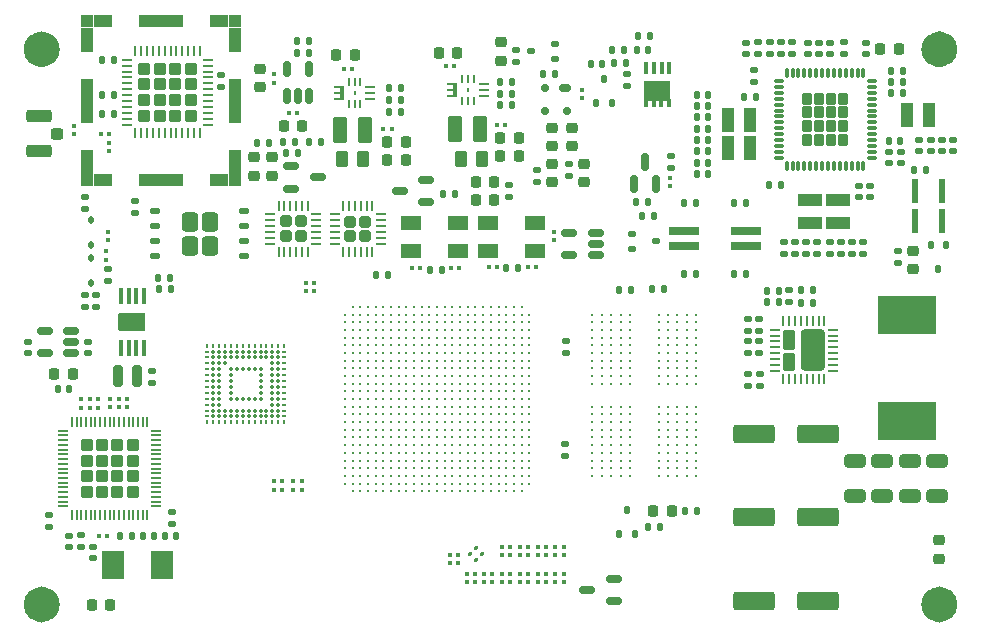
<source format=gbr>
%TF.GenerationSoftware,KiCad,Pcbnew,8.99.0-2767-g6be6680d8c*%
%TF.CreationDate,2024-10-27T19:28:17+01:00*%
%TF.ProjectId,SBC,5342432e-6b69-4636-9164-5f7063625858,rev?*%
%TF.SameCoordinates,Original*%
%TF.FileFunction,Paste,Top*%
%TF.FilePolarity,Positive*%
%FSLAX46Y46*%
G04 Gerber Fmt 4.6, Leading zero omitted, Abs format (unit mm)*
G04 Created by KiCad (PCBNEW 8.99.0-2767-g6be6680d8c) date 2024-10-27 19:28:17*
%MOMM*%
%LPD*%
G01*
G04 APERTURE LIST*
G04 Aperture macros list*
%AMRoundRect*
0 Rectangle with rounded corners*
0 $1 Rounding radius*
0 $2 $3 $4 $5 $6 $7 $8 $9 X,Y pos of 4 corners*
0 Add a 4 corners polygon primitive as box body*
4,1,4,$2,$3,$4,$5,$6,$7,$8,$9,$2,$3,0*
0 Add four circle primitives for the rounded corners*
1,1,$1+$1,$2,$3*
1,1,$1+$1,$4,$5*
1,1,$1+$1,$6,$7*
1,1,$1+$1,$8,$9*
0 Add four rect primitives between the rounded corners*
20,1,$1+$1,$2,$3,$4,$5,0*
20,1,$1+$1,$4,$5,$6,$7,0*
20,1,$1+$1,$6,$7,$8,$9,0*
20,1,$1+$1,$8,$9,$2,$3,0*%
%AMFreePoly0*
4,1,25,0.317682,0.485319,0.329034,0.475624,0.407847,0.396811,0.434540,0.344422,0.435711,0.329540,0.435711,-0.329540,0.417542,-0.385459,0.407847,-0.396811,0.329034,-0.475624,0.276645,-0.502317,0.261763,-0.503488,-0.261763,-0.503488,-0.317682,-0.485319,-0.329034,-0.475624,-0.407847,-0.396811,-0.434540,-0.344422,-0.435711,-0.329540,-0.435711,0.329540,-0.417542,0.385459,-0.407847,0.396811,
-0.329034,0.475624,-0.276645,0.502317,-0.261763,0.503488,0.261763,0.503488,0.317682,0.485319,0.317682,0.485319,$1*%
G04 Aperture macros list end*
%ADD10C,1.550000*%
%ADD11RoundRect,0.218750X0.256250X-0.218750X0.256250X0.218750X-0.256250X0.218750X-0.256250X-0.218750X0*%
%ADD12RoundRect,0.135000X0.135000X0.185000X-0.135000X0.185000X-0.135000X-0.185000X0.135000X-0.185000X0*%
%ADD13RoundRect,0.135000X0.185000X-0.135000X0.185000X0.135000X-0.185000X0.135000X-0.185000X-0.135000X0*%
%ADD14RoundRect,0.250000X0.435000X0.555000X-0.435000X0.555000X-0.435000X-0.555000X0.435000X-0.555000X0*%
%ADD15RoundRect,0.125000X0.262500X0.125000X-0.262500X0.125000X-0.262500X-0.125000X0.262500X-0.125000X0*%
%ADD16RoundRect,0.150000X0.512500X0.150000X-0.512500X0.150000X-0.512500X-0.150000X0.512500X-0.150000X0*%
%ADD17RoundRect,0.140000X-0.170000X0.140000X-0.170000X-0.140000X0.170000X-0.140000X0.170000X0.140000X0*%
%ADD18RoundRect,0.140000X0.140000X0.170000X-0.140000X0.170000X-0.140000X-0.170000X0.140000X-0.170000X0*%
%ADD19RoundRect,0.135000X-0.185000X0.135000X-0.185000X-0.135000X0.185000X-0.135000X0.185000X0.135000X0*%
%ADD20RoundRect,0.135000X-0.135000X-0.185000X0.135000X-0.185000X0.135000X0.185000X-0.135000X0.185000X0*%
%ADD21R,0.250000X0.700000*%
%ADD22R,0.900000X0.250000*%
%ADD23R,0.400000X1.250000*%
%ADD24R,0.250000X0.400000*%
%ADD25RoundRect,0.079500X-0.100500X0.079500X-0.100500X-0.079500X0.100500X-0.079500X0.100500X0.079500X0*%
%ADD26RoundRect,0.079500X0.079500X0.100500X-0.079500X0.100500X-0.079500X-0.100500X0.079500X-0.100500X0*%
%ADD27RoundRect,0.140000X0.170000X-0.140000X0.170000X0.140000X-0.170000X0.140000X-0.170000X-0.140000X0*%
%ADD28RoundRect,0.250000X0.285000X-0.285000X0.285000X0.285000X-0.285000X0.285000X-0.285000X-0.285000X0*%
%ADD29RoundRect,0.062500X0.062500X-0.337500X0.062500X0.337500X-0.062500X0.337500X-0.062500X-0.337500X0*%
%ADD30RoundRect,0.062500X0.337500X-0.062500X0.337500X0.062500X-0.337500X0.062500X-0.337500X-0.062500X0*%
%ADD31R,2.000000X1.100000*%
%ADD32RoundRect,0.140000X-0.140000X-0.170000X0.140000X-0.170000X0.140000X0.170000X-0.140000X0.170000X0*%
%ADD33RoundRect,0.062500X-0.375000X-0.062500X0.375000X-0.062500X0.375000X0.062500X-0.375000X0.062500X0*%
%ADD34RoundRect,0.062500X-0.062500X-0.375000X0.062500X-0.375000X0.062500X0.375000X-0.062500X0.375000X0*%
%ADD35RoundRect,0.106599X0.418401X0.723401X-0.418401X0.723401X-0.418401X-0.723401X0.418401X-0.723401X0*%
%ADD36RoundRect,0.106599X0.418401X0.633401X-0.418401X0.633401X-0.418401X-0.633401X0.418401X-0.633401X0*%
%ADD37RoundRect,0.200000X0.785000X-1.540000X0.785000X1.540000X-0.785000X1.540000X-0.785000X-1.540000X0*%
%ADD38RoundRect,0.079500X-0.079500X-0.100500X0.079500X-0.100500X0.079500X0.100500X-0.079500X0.100500X0*%
%ADD39C,0.270000*%
%ADD40RoundRect,0.079500X0.100500X-0.079500X0.100500X0.079500X-0.100500X0.079500X-0.100500X-0.079500X0*%
%ADD41R,1.000000X1.000000*%
%ADD42R,1.000000X2.130000*%
%ADD43R,1.000000X3.800000*%
%ADD44R,1.650000X1.000000*%
%ADD45R,3.800000X1.000000*%
%ADD46RoundRect,0.225000X-0.225000X-0.250000X0.225000X-0.250000X0.225000X0.250000X-0.225000X0.250000X0*%
%ADD47RoundRect,0.250000X-0.650000X0.325000X-0.650000X-0.325000X0.650000X-0.325000X0.650000X0.325000X0*%
%ADD48RoundRect,0.218750X0.218750X0.256250X-0.218750X0.256250X-0.218750X-0.256250X0.218750X-0.256250X0*%
%ADD49R,1.100000X2.000000*%
%ADD50RoundRect,0.250000X-0.255000X0.255000X-0.255000X-0.255000X0.255000X-0.255000X0.255000X0.255000X0*%
%ADD51RoundRect,0.062500X-0.062500X0.375000X-0.062500X-0.375000X0.062500X-0.375000X0.062500X0.375000X0*%
%ADD52RoundRect,0.062500X-0.375000X0.062500X-0.375000X-0.062500X0.375000X-0.062500X0.375000X0.062500X0*%
%ADD53RoundRect,0.225000X0.225000X0.250000X-0.225000X0.250000X-0.225000X-0.250000X0.225000X-0.250000X0*%
%ADD54RoundRect,0.250000X1.500000X0.550000X-1.500000X0.550000X-1.500000X-0.550000X1.500000X-0.550000X0*%
%ADD55RoundRect,0.112500X0.237500X-0.112500X0.237500X0.112500X-0.237500X0.112500X-0.237500X-0.112500X0*%
%ADD56RoundRect,0.218750X-0.218750X-0.256250X0.218750X-0.256250X0.218750X0.256250X-0.218750X0.256250X0*%
%ADD57O,0.200000X0.350000*%
%ADD58O,0.350000X0.200000*%
%ADD59C,0.350000*%
%ADD60RoundRect,0.112500X-0.237500X0.112500X-0.237500X-0.112500X0.237500X-0.112500X0.237500X0.112500X0*%
%ADD61RoundRect,0.225000X0.250000X-0.225000X0.250000X0.225000X-0.250000X0.225000X-0.250000X-0.225000X0*%
%ADD62R,0.450000X1.450000*%
%ADD63RoundRect,0.076200X1.066800X0.685800X-1.066800X0.685800X-1.066800X-0.685800X1.066800X-0.685800X0*%
%ADD64RoundRect,0.079500X-0.127279X-0.014849X-0.014849X-0.127279X0.127279X0.014849X0.014849X0.127279X0*%
%ADD65RoundRect,0.173913X-0.226087X-0.726087X0.226087X-0.726087X0.226087X0.726087X-0.226087X0.726087X0*%
%ADD66RoundRect,0.025000X-0.225000X-0.975000X0.225000X-0.975000X0.225000X0.975000X-0.225000X0.975000X0*%
%ADD67RoundRect,0.112500X0.112500X-0.187500X0.112500X0.187500X-0.112500X0.187500X-0.112500X-0.187500X0*%
%ADD68R,4.950000X3.175000*%
%ADD69C,0.330200*%
%ADD70FreePoly0,0.000000*%
%ADD71RoundRect,0.067500X-0.357500X-0.067500X0.357500X-0.067500X0.357500X0.067500X-0.357500X0.067500X0*%
%ADD72RoundRect,0.067500X-0.067500X0.357500X-0.067500X-0.357500X0.067500X-0.357500X0.067500X0.357500X0*%
%ADD73RoundRect,0.250000X0.262500X0.450000X-0.262500X0.450000X-0.262500X-0.450000X0.262500X-0.450000X0*%
%ADD74R,0.405000X0.990000*%
%ADD75R,2.235000X1.725000*%
%ADD76R,0.406250X0.760000*%
%ADD77R,1.900000X2.400000*%
%ADD78RoundRect,0.250000X0.275000X0.275000X-0.275000X0.275000X-0.275000X-0.275000X0.275000X-0.275000X0*%
%ADD79RoundRect,0.050000X0.362500X0.050000X-0.362500X0.050000X-0.362500X-0.050000X0.362500X-0.050000X0*%
%ADD80RoundRect,0.050000X0.050000X0.362500X-0.050000X0.362500X-0.050000X-0.362500X0.050000X-0.362500X0*%
%ADD81RoundRect,0.218750X-0.256250X0.218750X-0.256250X-0.218750X0.256250X-0.218750X0.256250X0.218750X0*%
%ADD82R,2.650000X0.760000*%
%ADD83RoundRect,0.112500X-0.112500X-0.237500X0.112500X-0.237500X0.112500X0.237500X-0.112500X0.237500X0*%
%ADD84RoundRect,0.250000X-0.375000X-0.850000X0.375000X-0.850000X0.375000X0.850000X-0.375000X0.850000X0*%
%ADD85RoundRect,0.175000X-0.325000X0.175000X-0.325000X-0.175000X0.325000X-0.175000X0.325000X0.175000X0*%
%ADD86RoundRect,0.150000X-0.150000X0.200000X-0.150000X-0.200000X0.150000X-0.200000X0.150000X0.200000X0*%
%ADD87RoundRect,0.112500X0.112500X0.237500X-0.112500X0.237500X-0.112500X-0.237500X0.112500X-0.237500X0*%
%ADD88R,1.800000X1.200000*%
%ADD89RoundRect,0.250000X0.275000X0.250000X-0.275000X0.250000X-0.275000X-0.250000X0.275000X-0.250000X0*%
%ADD90RoundRect,0.250000X0.850000X0.275000X-0.850000X0.275000X-0.850000X-0.275000X0.850000X-0.275000X0*%
%ADD91RoundRect,0.225000X-0.250000X0.225000X-0.250000X-0.225000X0.250000X-0.225000X0.250000X0.225000X0*%
%ADD92RoundRect,0.150000X0.150000X-0.512500X0.150000X0.512500X-0.150000X0.512500X-0.150000X-0.512500X0*%
%ADD93RoundRect,0.150000X-0.512500X-0.150000X0.512500X-0.150000X0.512500X0.150000X-0.512500X0.150000X0*%
%ADD94RoundRect,0.150000X0.150000X-0.587500X0.150000X0.587500X-0.150000X0.587500X-0.150000X-0.587500X0*%
G04 APERTURE END LIST*
D10*
X138340481Y-128545014D02*
G75*
G02*
X136790481Y-128545014I-775000J0D01*
G01*
X136790481Y-128545014D02*
G75*
G02*
X138340481Y-128545014I775000J0D01*
G01*
X138340481Y-81545014D02*
G75*
G02*
X136790481Y-81545014I-775000J0D01*
G01*
X136790481Y-81545014D02*
G75*
G02*
X138340481Y-81545014I775000J0D01*
G01*
X62340481Y-81545014D02*
G75*
G02*
X60790481Y-81545014I-775000J0D01*
G01*
X60790481Y-81545014D02*
G75*
G02*
X62340481Y-81545014I775000J0D01*
G01*
X62340481Y-128545014D02*
G75*
G02*
X60790481Y-128545014I-775000J0D01*
G01*
X60790481Y-128545014D02*
G75*
G02*
X62340481Y-128545014I775000J0D01*
G01*
D11*
%TO.C,D4*%
X104809481Y-89762514D03*
X104809481Y-88187514D03*
%TD*%
D12*
%TO.C,R85*%
X96565081Y-93818814D03*
X95545081Y-93818814D03*
%TD*%
D13*
%TO.C,R108*%
X62148081Y-122014814D03*
X62148081Y-120994814D03*
%TD*%
D14*
%TO.C,U14*%
X75802681Y-98174314D03*
X75802681Y-96174314D03*
X74102681Y-98174314D03*
X74102681Y-96174314D03*
D15*
X78702681Y-99079314D03*
X78702681Y-97809314D03*
X78702681Y-96539314D03*
X78702681Y-95269314D03*
X71202681Y-95269314D03*
X71202681Y-96539314D03*
X71202681Y-97809314D03*
X71202681Y-99079314D03*
%TD*%
D16*
%TO.C,U10*%
X108486981Y-98951014D03*
X108486981Y-98001014D03*
X108486981Y-97051014D03*
X106211981Y-97051014D03*
X106211981Y-98951014D03*
%TD*%
D12*
%TO.C,R78*%
X113925481Y-121995014D03*
X112905481Y-121995014D03*
%TD*%
D17*
%TO.C,C17*%
X122343462Y-109070028D03*
X122343462Y-110030028D03*
%TD*%
D18*
%TO.C,C61*%
X124120000Y-93030400D03*
X123160000Y-93030400D03*
%TD*%
D13*
%TO.C,R3*%
X122318462Y-105355028D03*
X122318462Y-104335028D03*
%TD*%
D17*
%TO.C,C328*%
X65882500Y-123650400D03*
X65882500Y-124610400D03*
%TD*%
D19*
%TO.C,R32*%
X106206481Y-91256014D03*
X106206481Y-92276014D03*
%TD*%
D20*
%TO.C,R87*%
X71517481Y-101818014D03*
X72537481Y-101818014D03*
%TD*%
D18*
%TO.C,C55*%
X118023462Y-92112527D03*
X117063462Y-92112527D03*
%TD*%
D17*
%TO.C,C318*%
X63920000Y-122712900D03*
X63920000Y-123672900D03*
%TD*%
%TO.C,C35*%
X129243462Y-97877528D03*
X129243462Y-98837528D03*
%TD*%
D11*
%TO.C,D5*%
X135314881Y-100151114D03*
X135314881Y-98576114D03*
%TD*%
D21*
%TO.C,U5*%
X87552481Y-86170014D03*
X88052481Y-86170014D03*
X88552481Y-86170014D03*
D22*
X89402481Y-85720014D03*
X89402481Y-85220014D03*
X89402481Y-84720014D03*
D21*
X88552481Y-84270014D03*
X88052481Y-84270014D03*
X87552481Y-84270014D03*
D22*
X86702481Y-85720014D03*
X86702481Y-85220014D03*
D23*
X86952481Y-85220014D03*
D22*
X86702481Y-84720014D03*
D24*
X88052481Y-85220014D03*
%TD*%
D25*
%TO.C,R42*%
X99714681Y-125935014D03*
X99714681Y-126625014D03*
%TD*%
D26*
%TO.C,R110*%
X67127500Y-122730400D03*
X66437500Y-122730400D03*
%TD*%
D20*
%TO.C,R24*%
X83217481Y-81818014D03*
X84237481Y-81818014D03*
%TD*%
D13*
%TO.C,R91*%
X65240000Y-95060000D03*
X65240000Y-94040000D03*
%TD*%
D27*
%TO.C,C64*%
X111093000Y-84608000D03*
X111093000Y-83648000D03*
%TD*%
D25*
%TO.C,R102*%
X65627881Y-111177614D03*
X65627881Y-111867614D03*
%TD*%
D13*
%TO.C,R10*%
X129458462Y-81970028D03*
X129458462Y-80950028D03*
%TD*%
D25*
%TO.C,C66*%
X81227481Y-83660514D03*
X81227481Y-84350514D03*
%TD*%
D17*
%TO.C,C40*%
X130193462Y-97877528D03*
X130193462Y-98837528D03*
%TD*%
D28*
%TO.C,U19*%
X70247481Y-87148014D03*
X71567481Y-87148014D03*
X72887481Y-87148014D03*
X74207481Y-87148014D03*
X70247481Y-85828014D03*
X71567481Y-85828014D03*
X72887481Y-85828014D03*
X74207481Y-85828014D03*
X70247481Y-84508014D03*
X71567481Y-84508014D03*
X72887481Y-84508014D03*
X74207481Y-84508014D03*
X70247481Y-83188014D03*
X71567481Y-83188014D03*
X72887481Y-83188014D03*
X74207481Y-83188014D03*
D29*
X69477481Y-88618014D03*
X69977481Y-88618014D03*
X70477481Y-88618014D03*
X70977481Y-88618014D03*
X71477481Y-88618014D03*
X71977481Y-88618014D03*
X72477481Y-88618014D03*
X72977481Y-88618014D03*
X73477481Y-88618014D03*
X73977481Y-88618014D03*
X74477481Y-88618014D03*
X74977481Y-88618014D03*
D30*
X75677481Y-87918014D03*
X75677481Y-87418014D03*
X75677481Y-86918014D03*
X75677481Y-86418014D03*
X75677481Y-85918014D03*
X75677481Y-85418014D03*
X75677481Y-84918014D03*
X75677481Y-84418014D03*
X75677481Y-83918014D03*
X75677481Y-83418014D03*
X75677481Y-82918014D03*
X75677481Y-82418014D03*
D29*
X74977481Y-81718014D03*
X74477481Y-81718014D03*
X73977481Y-81718014D03*
X73477481Y-81718014D03*
X72977481Y-81718014D03*
X72477481Y-81718014D03*
X71977481Y-81718014D03*
X71477481Y-81718014D03*
X70977481Y-81718014D03*
X70477481Y-81718014D03*
X69977481Y-81718014D03*
X69477481Y-81718014D03*
D30*
X68777481Y-82418014D03*
X68777481Y-82918014D03*
X68777481Y-83418014D03*
X68777481Y-83918014D03*
X68777481Y-84418014D03*
X68777481Y-84918014D03*
X68777481Y-85418014D03*
X68777481Y-85918014D03*
X68777481Y-86418014D03*
X68777481Y-86918014D03*
X68777481Y-87418014D03*
X68777481Y-87918014D03*
%TD*%
D17*
%TO.C,C39*%
X137780000Y-89230400D03*
X137780000Y-90190400D03*
%TD*%
%TO.C,C60*%
X130755962Y-93090028D03*
X130755962Y-94050028D03*
%TD*%
D31*
%TO.C,L5*%
X126593462Y-94325028D03*
X126593462Y-96225028D03*
%TD*%
D32*
%TO.C,C63*%
X133505962Y-85270028D03*
X134465962Y-85270028D03*
%TD*%
D33*
%TO.C,U2*%
X123655962Y-105270028D03*
X123655962Y-105770028D03*
X123655962Y-106270028D03*
X123655962Y-106770028D03*
X123655962Y-107270028D03*
X123655962Y-107770028D03*
X123655962Y-108270028D03*
X123655962Y-108770028D03*
D34*
X124343462Y-109457528D03*
X124843462Y-109457528D03*
X125343462Y-109457528D03*
X125843462Y-109457528D03*
X126343462Y-109457528D03*
X126843462Y-109457528D03*
X127343462Y-109457528D03*
X127843462Y-109457528D03*
D33*
X128530962Y-108770028D03*
X128530962Y-108270028D03*
X128530962Y-107770028D03*
X128530962Y-107270028D03*
X128530962Y-106770028D03*
X128530962Y-106270028D03*
X128530962Y-105770028D03*
X128530962Y-105270028D03*
D34*
X127843462Y-104582528D03*
X127343462Y-104582528D03*
X126843462Y-104582528D03*
X126343462Y-104582528D03*
X125843462Y-104582528D03*
X125343462Y-104582528D03*
X124843462Y-104582528D03*
X124343462Y-104582528D03*
D35*
X124878462Y-106110028D03*
D36*
X124878462Y-108020028D03*
D37*
X126848462Y-107020028D03*
%TD*%
D25*
%TO.C,C98*%
X81940400Y-118120600D03*
X81940400Y-118810600D03*
%TD*%
D38*
%TO.C,C75*%
X90501481Y-88268014D03*
X91191481Y-88268014D03*
%TD*%
D17*
%TO.C,C1*%
X121365481Y-109065014D03*
X121365481Y-110025014D03*
%TD*%
D13*
%TO.C,R1*%
X122318462Y-107280028D03*
X122318462Y-106260028D03*
%TD*%
D39*
%TO.C,U12*%
X108195000Y-104005400D03*
X108995000Y-104005400D03*
X109795000Y-104005400D03*
X110595000Y-104005400D03*
X111395000Y-104005400D03*
X113795000Y-104005400D03*
X114595000Y-104005400D03*
X115395000Y-104005400D03*
X116195000Y-104005400D03*
X116995000Y-104005400D03*
X108195000Y-117005400D03*
X108995000Y-117005400D03*
X109795000Y-117005400D03*
X110595000Y-117005400D03*
X111395000Y-117005400D03*
X113795000Y-117005400D03*
X114595000Y-117005400D03*
X115395000Y-117005400D03*
X116195000Y-117005400D03*
X116995000Y-117005400D03*
X108195000Y-117655400D03*
X108995000Y-117655400D03*
X109795000Y-117655400D03*
X110595000Y-117655400D03*
X111395000Y-117655400D03*
X113795000Y-117655400D03*
X114595000Y-117655400D03*
X115395000Y-117655400D03*
X116195000Y-117655400D03*
X116995000Y-117655400D03*
X108195000Y-104655400D03*
X108995000Y-104655400D03*
X109795000Y-104655400D03*
X110595000Y-104655400D03*
X111395000Y-104655400D03*
X113795000Y-104655400D03*
X114595000Y-104655400D03*
X115395000Y-104655400D03*
X116195000Y-104655400D03*
X116995000Y-104655400D03*
X108195000Y-105305400D03*
X108995000Y-105305400D03*
X109795000Y-105305400D03*
X110595000Y-105305400D03*
X111395000Y-105305400D03*
X113795000Y-105305400D03*
X114595000Y-105305400D03*
X115395000Y-105305400D03*
X116195000Y-105305400D03*
X116995000Y-105305400D03*
X108195000Y-105955400D03*
X108995000Y-105955400D03*
X109795000Y-105955400D03*
X110595000Y-105955400D03*
X111395000Y-105955400D03*
X113795000Y-105955400D03*
X114595000Y-105955400D03*
X115395000Y-105955400D03*
X116195000Y-105955400D03*
X116995000Y-105955400D03*
X108195000Y-106605400D03*
X108995000Y-106605400D03*
X109795000Y-106605400D03*
X110595000Y-106605400D03*
X111395000Y-106605400D03*
X113795000Y-106605400D03*
X114595000Y-106605400D03*
X115395000Y-106605400D03*
X116195000Y-106605400D03*
X116995000Y-106605400D03*
X108195000Y-107255400D03*
X108995000Y-107255400D03*
X109795000Y-107255400D03*
X110595000Y-107255400D03*
X111395000Y-107255400D03*
X113795000Y-107255400D03*
X114595000Y-107255400D03*
X115395000Y-107255400D03*
X116195000Y-107255400D03*
X116995000Y-107255400D03*
X108195000Y-107905400D03*
X108995000Y-107905400D03*
X109795000Y-107905400D03*
X110595000Y-107905400D03*
X111395000Y-107905400D03*
X113795000Y-107905400D03*
X114595000Y-107905400D03*
X115395000Y-107905400D03*
X116195000Y-107905400D03*
X116995000Y-107905400D03*
X108195000Y-108555400D03*
X108995000Y-108555400D03*
X109795000Y-108555400D03*
X110595000Y-108555400D03*
X111395000Y-108555400D03*
X113795000Y-108555400D03*
X114595000Y-108555400D03*
X115395000Y-108555400D03*
X116195000Y-108555400D03*
X116995000Y-108555400D03*
X108195000Y-109205400D03*
X108995000Y-109205400D03*
X109795000Y-109205400D03*
X110595000Y-109205400D03*
X111395000Y-109205400D03*
X113795000Y-109205400D03*
X114595000Y-109205400D03*
X115395000Y-109205400D03*
X116195000Y-109205400D03*
X116995000Y-109205400D03*
X108195000Y-109855400D03*
X108995000Y-109855400D03*
X109795000Y-109855400D03*
X110595000Y-109855400D03*
X111395000Y-109855400D03*
X113795000Y-109855400D03*
X114595000Y-109855400D03*
X115395000Y-109855400D03*
X116195000Y-109855400D03*
X116995000Y-109855400D03*
X108195000Y-111805400D03*
X108995000Y-111805400D03*
X109795000Y-111805400D03*
X110595000Y-111805400D03*
X111395000Y-111805400D03*
X113795000Y-111805400D03*
X114595000Y-111805400D03*
X115395000Y-111805400D03*
X116195000Y-111805400D03*
X116995000Y-111805400D03*
X108195000Y-112455400D03*
X108995000Y-112455400D03*
X109795000Y-112455400D03*
X110595000Y-112455400D03*
X111395000Y-112455400D03*
X113795000Y-112455400D03*
X114595000Y-112455400D03*
X115395000Y-112455400D03*
X116195000Y-112455400D03*
X116995000Y-112455400D03*
X108195000Y-113105400D03*
X108995000Y-113105400D03*
X109795000Y-113105400D03*
X110595000Y-113105400D03*
X111395000Y-113105400D03*
X113795000Y-113105400D03*
X114595000Y-113105400D03*
X115395000Y-113105400D03*
X116195000Y-113105400D03*
X116995000Y-113105400D03*
X108195000Y-113755400D03*
X108995000Y-113755400D03*
X109795000Y-113755400D03*
X110595000Y-113755400D03*
X111395000Y-113755400D03*
X113795000Y-113755400D03*
X114595000Y-113755400D03*
X115395000Y-113755400D03*
X116195000Y-113755400D03*
X116995000Y-113755400D03*
X108195000Y-114405400D03*
X108995000Y-114405400D03*
X109795000Y-114405400D03*
X110595000Y-114405400D03*
X111395000Y-114405400D03*
X113795000Y-114405400D03*
X114595000Y-114405400D03*
X115395000Y-114405400D03*
X116195000Y-114405400D03*
X116995000Y-114405400D03*
X108195000Y-115055400D03*
X108995000Y-115055400D03*
X109795000Y-115055400D03*
X110595000Y-115055400D03*
X111395000Y-115055400D03*
X113795000Y-115055400D03*
X114595000Y-115055400D03*
X115395000Y-115055400D03*
X116195000Y-115055400D03*
X116995000Y-115055400D03*
X108195000Y-115705400D03*
X108995000Y-115705400D03*
X109795000Y-115705400D03*
X110595000Y-115705400D03*
X111395000Y-115705400D03*
X113795000Y-115705400D03*
X114595000Y-115705400D03*
X115395000Y-115705400D03*
X116195000Y-115705400D03*
X116995000Y-115705400D03*
X108195000Y-116355400D03*
X108995000Y-116355400D03*
X109795000Y-116355400D03*
X110595000Y-116355400D03*
X111395000Y-116355400D03*
X113795000Y-116355400D03*
X114595000Y-116355400D03*
X115395000Y-116355400D03*
X116195000Y-116355400D03*
X116995000Y-116355400D03*
%TD*%
D40*
%TO.C,C314*%
X64262481Y-88724014D03*
X64262481Y-88034014D03*
%TD*%
D41*
%TO.C,J4*%
X65444481Y-79175014D03*
D42*
X65444481Y-80740014D03*
D43*
X65444481Y-85905014D03*
D42*
X65444481Y-91070014D03*
D41*
X65444481Y-92635014D03*
D44*
X66769481Y-79175014D03*
X66769481Y-92635014D03*
D45*
X71694481Y-79175014D03*
X71694481Y-92635014D03*
D44*
X76619481Y-79175014D03*
X76619481Y-92635014D03*
D41*
X77944481Y-79175014D03*
D42*
X77944481Y-80740014D03*
D43*
X77944481Y-85905014D03*
D42*
X77944481Y-91070014D03*
D41*
X77944481Y-92635014D03*
%TD*%
D18*
%TO.C,C317*%
X67657481Y-85418014D03*
X66697481Y-85418014D03*
%TD*%
D46*
%TO.C,C76*%
X90833481Y-90935014D03*
X92383481Y-90935014D03*
%TD*%
D12*
%TO.C,R18*%
X111003000Y-82728000D03*
X109983000Y-82728000D03*
%TD*%
D19*
%TO.C,R15*%
X124143462Y-80935028D03*
X124143462Y-81955028D03*
%TD*%
D25*
%TO.C,C100*%
X83566000Y-118120600D03*
X83566000Y-118810600D03*
%TD*%
D47*
%TO.C,C47*%
X130443462Y-116370028D03*
X130443462Y-119320028D03*
%TD*%
D12*
%TO.C,R68*%
X111503000Y-101924200D03*
X110483000Y-101924200D03*
%TD*%
D48*
%TO.C,D8*%
X99892581Y-94301414D03*
X98317581Y-94301414D03*
%TD*%
D19*
%TO.C,R7*%
X124875481Y-101910614D03*
X124875481Y-102930614D03*
%TD*%
D49*
%TO.C,L1*%
X121568462Y-87525028D03*
X119668462Y-87525028D03*
%TD*%
D40*
%TO.C,R49*%
X102762681Y-126625014D03*
X102762681Y-125935014D03*
%TD*%
D38*
%TO.C,C108*%
X96157481Y-125029214D03*
X96847481Y-125029214D03*
%TD*%
D50*
%TO.C,U15*%
X88950481Y-96130214D03*
X87700481Y-96130214D03*
X88950481Y-97380214D03*
X87700481Y-97380214D03*
D51*
X89575481Y-94817714D03*
X89075481Y-94817714D03*
X88575481Y-94817714D03*
X88075481Y-94817714D03*
X87575481Y-94817714D03*
X87075481Y-94817714D03*
D52*
X86387981Y-95505214D03*
X86387981Y-96005214D03*
X86387981Y-96505214D03*
X86387981Y-97005214D03*
X86387981Y-97505214D03*
X86387981Y-98005214D03*
D51*
X87075481Y-98692714D03*
X87575481Y-98692714D03*
X88075481Y-98692714D03*
X88575481Y-98692714D03*
X89075481Y-98692714D03*
X89575481Y-98692714D03*
D52*
X90262981Y-98005214D03*
X90262981Y-97505214D03*
X90262981Y-97005214D03*
X90262981Y-96505214D03*
X90262981Y-96005214D03*
X90262981Y-95505214D03*
%TD*%
D12*
%TO.C,R90*%
X80800881Y-89474314D03*
X79780881Y-89474314D03*
%TD*%
D53*
%TO.C,C288*%
X134115481Y-81545014D03*
X132565481Y-81545014D03*
%TD*%
D38*
%TO.C,C87*%
X95828286Y-82964214D03*
X96518286Y-82964214D03*
%TD*%
D25*
%TO.C,C150*%
X104916581Y-97026014D03*
X104916581Y-97716014D03*
%TD*%
D19*
%TO.C,R60*%
X114865481Y-90535014D03*
X114865481Y-91555014D03*
%TD*%
D18*
%TO.C,C50*%
X118023462Y-90175861D03*
X117063462Y-90175861D03*
%TD*%
D13*
%TO.C,R11*%
X123193462Y-81955028D03*
X123193462Y-80935028D03*
%TD*%
D54*
%TO.C,C20*%
X127293462Y-121170028D03*
X121893462Y-121170028D03*
%TD*%
D40*
%TO.C,R52*%
X104286681Y-126625014D03*
X104286681Y-125935014D03*
%TD*%
D46*
%TO.C,C86*%
X100412286Y-90584214D03*
X101962286Y-90584214D03*
%TD*%
D49*
%TO.C,L4*%
X134818462Y-87125028D03*
X136718462Y-87125028D03*
%TD*%
D18*
%TO.C,C45*%
X118023462Y-89207528D03*
X117063462Y-89207528D03*
%TD*%
D46*
%TO.C,C74*%
X82094481Y-88033514D03*
X83644481Y-88033514D03*
%TD*%
D48*
%TO.C,D7*%
X99892581Y-92802814D03*
X98317581Y-92802814D03*
%TD*%
D25*
%TO.C,R104*%
X67380481Y-111152214D03*
X67380481Y-111842214D03*
%TD*%
D55*
%TO.C,Q3*%
X105030562Y-82347095D03*
X105030562Y-81047095D03*
X103030562Y-81697095D03*
%TD*%
D17*
%TO.C,C54*%
X131705962Y-93090028D03*
X131705962Y-94050028D03*
%TD*%
D18*
%TO.C,C316*%
X67657481Y-87018014D03*
X66697481Y-87018014D03*
%TD*%
D17*
%TO.C,C26*%
X128318462Y-80965028D03*
X128318462Y-81925028D03*
%TD*%
D40*
%TO.C,R47*%
X100527481Y-126625014D03*
X100527481Y-125935014D03*
%TD*%
D56*
%TO.C,FB8*%
X62632500Y-108992900D03*
X64207500Y-108992900D03*
%TD*%
D12*
%TO.C,R26*%
X91991481Y-86871014D03*
X90971481Y-86871014D03*
%TD*%
D38*
%TO.C,C163*%
X102718481Y-99963014D03*
X103408481Y-99963014D03*
%TD*%
D27*
%TO.C,C65*%
X65470000Y-107258462D03*
X65470000Y-106298462D03*
%TD*%
D20*
%TO.C,R80*%
X115934681Y-94563014D03*
X116954681Y-94563014D03*
%TD*%
D49*
%TO.C,L2*%
X121568462Y-89925028D03*
X119668462Y-89925028D03*
%TD*%
D46*
%TO.C,C77*%
X86515481Y-82045014D03*
X88065481Y-82045014D03*
%TD*%
D57*
%TO.C,U13*%
X75600000Y-106625000D03*
X76100000Y-106625000D03*
X76600000Y-106625000D03*
X77100000Y-106625000D03*
X77600000Y-106625000D03*
X78100000Y-106625000D03*
X78600000Y-106625000D03*
X79100000Y-106625000D03*
X79600000Y-106625000D03*
X80100000Y-106625000D03*
X80600000Y-106625000D03*
X81100000Y-106625000D03*
X81600000Y-106625000D03*
X82100000Y-106625000D03*
D58*
X75600000Y-107125000D03*
D59*
X76100000Y-107125000D03*
X76600000Y-107125000D03*
X77100000Y-107125000D03*
X77600000Y-107125000D03*
X78100000Y-107125000D03*
X78600000Y-107125000D03*
X79100000Y-107125000D03*
X79600000Y-107125000D03*
X80100000Y-107125000D03*
X80600000Y-107125000D03*
X81100000Y-107125000D03*
X81600000Y-107125000D03*
D58*
X82100000Y-107125000D03*
X75600000Y-107625000D03*
D59*
X76100000Y-107625000D03*
X76600000Y-107625000D03*
X77100000Y-107625000D03*
X77600000Y-107625000D03*
X78100000Y-107625000D03*
X78600000Y-107625000D03*
X79100000Y-107625000D03*
X79600000Y-107625000D03*
X80100000Y-107625000D03*
X80600000Y-107625000D03*
X81100000Y-107625000D03*
X81600000Y-107625000D03*
D58*
X82100000Y-107625000D03*
X75600000Y-108125000D03*
D59*
X76100000Y-108125000D03*
X76600000Y-108125000D03*
X77100000Y-108125000D03*
X81100000Y-108125000D03*
X81600000Y-108125000D03*
D58*
X82100000Y-108125000D03*
X75600000Y-108625000D03*
D59*
X76100000Y-108625000D03*
X76600000Y-108625000D03*
X77600000Y-108625000D03*
X78100000Y-108625000D03*
X78600000Y-108625000D03*
X79100000Y-108625000D03*
X79600000Y-108625000D03*
X80100000Y-108625000D03*
X81100000Y-108625000D03*
X81600000Y-108625000D03*
D58*
X82100000Y-108625000D03*
X75600000Y-109125000D03*
D59*
X76100000Y-109125000D03*
X76600000Y-109125000D03*
X77600000Y-109125000D03*
X80100000Y-109125000D03*
X81100000Y-109125000D03*
X81600000Y-109125000D03*
D58*
X82100000Y-109125000D03*
X75600000Y-109625000D03*
D59*
X76100000Y-109625000D03*
X76600000Y-109625000D03*
X77600000Y-109625000D03*
X80100000Y-109625000D03*
X81100000Y-109625000D03*
X81600000Y-109625000D03*
D58*
X82100000Y-109625000D03*
X75600000Y-110125000D03*
D59*
X76100000Y-110125000D03*
X76600000Y-110125000D03*
X77600000Y-110125000D03*
X80100000Y-110125000D03*
X81100000Y-110125000D03*
X81600000Y-110125000D03*
D58*
X82100000Y-110125000D03*
X75600000Y-110625000D03*
D59*
X76100000Y-110625000D03*
X76600000Y-110625000D03*
X77600000Y-110625000D03*
X80100000Y-110625000D03*
X81100000Y-110625000D03*
X81600000Y-110625000D03*
D58*
X82100000Y-110625000D03*
X75600000Y-111125000D03*
D59*
X76100000Y-111125000D03*
X76600000Y-111125000D03*
X77600000Y-111125000D03*
X78100000Y-111125000D03*
X78600000Y-111125000D03*
X79100000Y-111125000D03*
X79600000Y-111125000D03*
X80100000Y-111125000D03*
X81100000Y-111125000D03*
X81600000Y-111125000D03*
D58*
X82100000Y-111125000D03*
X75600000Y-111625000D03*
D59*
X76100000Y-111625000D03*
X76600000Y-111625000D03*
X81100000Y-111625000D03*
X81600000Y-111625000D03*
D58*
X82100000Y-111625000D03*
X75600000Y-112125000D03*
D59*
X76100000Y-112125000D03*
X76600000Y-112125000D03*
X77100000Y-112125000D03*
X77600000Y-112125000D03*
X78100000Y-112125000D03*
X78600000Y-112125000D03*
X79100000Y-112125000D03*
X79600000Y-112125000D03*
X80100000Y-112125000D03*
X80600000Y-112125000D03*
X81100000Y-112125000D03*
X81600000Y-112125000D03*
D58*
X82100000Y-112125000D03*
X75600000Y-112625000D03*
D59*
X76100000Y-112625000D03*
X76600000Y-112625000D03*
X77100000Y-112625000D03*
X77600000Y-112625000D03*
X78100000Y-112625000D03*
X78600000Y-112625000D03*
X79100000Y-112625000D03*
X79600000Y-112625000D03*
X80100000Y-112625000D03*
X80600000Y-112625000D03*
X81100000Y-112625000D03*
X81600000Y-112625000D03*
D58*
X82100000Y-112625000D03*
D57*
X75600000Y-113125000D03*
X76100000Y-113125000D03*
X76600000Y-113125000D03*
X77100000Y-113125000D03*
X77600000Y-113125000D03*
X78100000Y-113125000D03*
X78600000Y-113125000D03*
X79100000Y-113125000D03*
X79600000Y-113125000D03*
X80100000Y-113125000D03*
X80600000Y-113125000D03*
X81100000Y-113125000D03*
X81600000Y-113125000D03*
X82100000Y-113125000D03*
%TD*%
D19*
%TO.C,R13*%
X122193462Y-80935028D03*
X122193462Y-81955028D03*
%TD*%
D20*
%TO.C,R20*%
X84214981Y-89418014D03*
X85234981Y-89418014D03*
%TD*%
D46*
%TO.C,C78*%
X90833481Y-89411014D03*
X92383481Y-89411014D03*
%TD*%
D54*
%TO.C,C27*%
X127293462Y-114070028D03*
X121893462Y-114070028D03*
%TD*%
D38*
%TO.C,C79*%
X87133481Y-83188014D03*
X87823481Y-83188014D03*
%TD*%
D13*
%TO.C,R76*%
X134070281Y-99594214D03*
X134070281Y-98574214D03*
%TD*%
D25*
%TO.C,C97*%
X81229200Y-118120600D03*
X81229200Y-118810600D03*
%TD*%
D13*
%TO.C,R2*%
X121365481Y-107255014D03*
X121365481Y-106235014D03*
%TD*%
D20*
%TO.C,R79*%
X120172481Y-94563014D03*
X121192481Y-94563014D03*
%TD*%
D31*
%TO.C,L3*%
X128993462Y-94325028D03*
X128993462Y-96225028D03*
%TD*%
D26*
%TO.C,C133*%
X93629481Y-100090014D03*
X92939481Y-100090014D03*
%TD*%
D25*
%TO.C,C107*%
X105759881Y-123649014D03*
X105759881Y-124339014D03*
%TD*%
D60*
%TO.C,Q7*%
X111565481Y-97151514D03*
X111565481Y-98451514D03*
X113565481Y-97801514D03*
%TD*%
D18*
%TO.C,C51*%
X118023462Y-87307528D03*
X117063462Y-87307528D03*
%TD*%
D61*
%TO.C,C81*%
X107476481Y-92798014D03*
X107476481Y-91248014D03*
%TD*%
D25*
%TO.C,R45*%
X105048681Y-125935014D03*
X105048681Y-126625014D03*
%TD*%
D62*
%TO.C,U6*%
X68276281Y-106859014D03*
X68926281Y-106859014D03*
X69576281Y-106859014D03*
X70226281Y-106859014D03*
X70226281Y-102459014D03*
X69576281Y-102459014D03*
X68926281Y-102459014D03*
D63*
X69251281Y-104659014D03*
D62*
X68276281Y-102459014D03*
%TD*%
D64*
%TO.C,C103*%
X97858529Y-124274062D03*
X98346433Y-124761966D03*
%TD*%
D25*
%TO.C,R44*%
X105759881Y-125935014D03*
X105759881Y-126625014D03*
%TD*%
%TO.C,R105*%
X68091681Y-111152214D03*
X68091681Y-111842214D03*
%TD*%
D20*
%TO.C,R36*%
X89882881Y-100676814D03*
X90902881Y-100676814D03*
%TD*%
D61*
%TO.C,C291*%
X137567200Y-124662600D03*
X137567200Y-123112600D03*
%TD*%
D12*
%TO.C,R19*%
X82987481Y-89418014D03*
X81967481Y-89418014D03*
%TD*%
D17*
%TO.C,C33*%
X127243462Y-97877528D03*
X127243462Y-98837528D03*
%TD*%
D19*
%TO.C,R58*%
X121915481Y-83285014D03*
X121915481Y-84305014D03*
%TD*%
D20*
%TO.C,R82*%
X115934681Y-100557414D03*
X116954681Y-100557414D03*
%TD*%
D38*
%TO.C,C83*%
X100080286Y-87917214D03*
X100770286Y-87917214D03*
%TD*%
D40*
%TO.C,R53*%
X103575481Y-126625014D03*
X103575481Y-125935014D03*
%TD*%
D18*
%TO.C,C16*%
X134465962Y-83370028D03*
X133505962Y-83370028D03*
%TD*%
D65*
%TO.C,L7*%
X69602881Y-109160414D03*
X68002881Y-109160414D03*
%TD*%
D66*
%TO.C,SW2*%
X137815481Y-96045014D03*
X135515481Y-96045014D03*
%TD*%
D20*
%TO.C,R109*%
X68172500Y-122730400D03*
X69192500Y-122730400D03*
%TD*%
D66*
%TO.C,SW1*%
X137815481Y-93545014D03*
X135515481Y-93545014D03*
%TD*%
D27*
%TO.C,C49*%
X121193462Y-81945028D03*
X121193462Y-80985028D03*
%TD*%
D47*
%TO.C,C43*%
X132743462Y-116370028D03*
X132743462Y-119320028D03*
%TD*%
D12*
%TO.C,R59*%
X136475481Y-91745014D03*
X135455481Y-91745014D03*
%TD*%
D67*
%TO.C,D10*%
X65720000Y-98130000D03*
X65720000Y-96030000D03*
%TD*%
D68*
%TO.C,L6*%
X134793462Y-104012528D03*
X134793462Y-113027528D03*
%TD*%
D25*
%TO.C,C101*%
X105048681Y-123649014D03*
X105048681Y-124339014D03*
%TD*%
D69*
%TO.C,U9*%
X87245000Y-118305400D03*
X87245000Y-117655400D03*
X87245000Y-117005400D03*
X87245000Y-116355400D03*
X87245000Y-115705400D03*
X87245000Y-115055400D03*
X87245000Y-114405400D03*
X87245000Y-113755400D03*
X87245000Y-113105400D03*
X87245000Y-112455400D03*
X87245000Y-111805400D03*
X87245000Y-111155400D03*
X87245000Y-110505400D03*
X87245000Y-109855400D03*
X87245000Y-109205400D03*
X87245000Y-108555400D03*
X87245000Y-107905400D03*
X87245000Y-107255400D03*
X87245000Y-106605400D03*
X87245000Y-105955400D03*
X87245000Y-105305400D03*
X87245000Y-104655400D03*
X87245000Y-104005400D03*
X100245000Y-118955400D03*
X100245000Y-118305400D03*
X100245000Y-117655400D03*
X100245000Y-117005400D03*
X100245000Y-116355400D03*
X100245000Y-115705400D03*
X100245000Y-115055400D03*
X100245000Y-114405400D03*
X100245000Y-113755400D03*
X100245000Y-113105400D03*
X100245000Y-112455400D03*
X100245000Y-111805400D03*
X100245000Y-111155400D03*
X100245000Y-110505400D03*
X100245000Y-109855400D03*
X100245000Y-109205400D03*
X100245000Y-108555400D03*
X100245000Y-107905400D03*
X100245000Y-107255400D03*
X100245000Y-106605400D03*
X100245000Y-105955400D03*
X100245000Y-105305400D03*
X100245000Y-104655400D03*
X100245000Y-104005400D03*
X100245000Y-103355400D03*
X100895000Y-118955400D03*
X100895000Y-118305400D03*
X100895000Y-117655400D03*
X100895000Y-117005400D03*
X100895000Y-116355400D03*
X100895000Y-115705400D03*
X100895000Y-115055400D03*
X100895000Y-114405400D03*
X100895000Y-113755400D03*
X100895000Y-113105400D03*
X100895000Y-112455400D03*
X100895000Y-111805400D03*
X100895000Y-111155400D03*
X100895000Y-110505400D03*
X100895000Y-109855400D03*
X100895000Y-109205400D03*
X100895000Y-108555400D03*
X100895000Y-107905400D03*
X100895000Y-107255400D03*
X100895000Y-106605400D03*
X100895000Y-105955400D03*
X100895000Y-105305400D03*
X100895000Y-104655400D03*
X100895000Y-104005400D03*
X100895000Y-103355400D03*
X101545000Y-118955400D03*
X101545000Y-118305400D03*
X101545000Y-117655400D03*
X101545000Y-117005400D03*
X101545000Y-116355400D03*
X101545000Y-115705400D03*
X101545000Y-115055400D03*
X101545000Y-114405400D03*
X101545000Y-113755400D03*
X101545000Y-113105400D03*
X101545000Y-112455400D03*
X101545000Y-111805400D03*
X101545000Y-111155400D03*
X101545000Y-110505400D03*
X101545000Y-109855400D03*
X101545000Y-109205400D03*
X101545000Y-108555400D03*
X101545000Y-107905400D03*
X101545000Y-107255400D03*
X101545000Y-106605400D03*
X101545000Y-105955400D03*
X101545000Y-105305400D03*
X101545000Y-104655400D03*
X101545000Y-104005400D03*
X101545000Y-103355400D03*
X102195000Y-118955400D03*
X102195000Y-118305400D03*
X102195000Y-117655400D03*
X102195000Y-117005400D03*
X102195000Y-116355400D03*
X102195000Y-115705400D03*
X102195000Y-115055400D03*
X102195000Y-114405400D03*
X102195000Y-113755400D03*
X102195000Y-113105400D03*
X102195000Y-112455400D03*
X102195000Y-111805400D03*
X102195000Y-111155400D03*
X102195000Y-110505400D03*
X102195000Y-109855400D03*
X102195000Y-109205400D03*
X102195000Y-108555400D03*
X102195000Y-107905400D03*
X102195000Y-107255400D03*
X102195000Y-106605400D03*
X102195000Y-105955400D03*
X102195000Y-105305400D03*
X102195000Y-104655400D03*
X102195000Y-104005400D03*
X102195000Y-103355400D03*
X102845000Y-118305400D03*
X102845000Y-117655400D03*
X102845000Y-117005400D03*
X102845000Y-116355400D03*
X102845000Y-115705400D03*
X102845000Y-115055400D03*
X102845000Y-114405400D03*
X102845000Y-113755400D03*
X102845000Y-113105400D03*
X102845000Y-112455400D03*
X102845000Y-111805400D03*
X102845000Y-111155400D03*
X102845000Y-110505400D03*
X102845000Y-109855400D03*
X102845000Y-109205400D03*
X102845000Y-108555400D03*
X102845000Y-107905400D03*
X102845000Y-107255400D03*
X102845000Y-106605400D03*
X102845000Y-105955400D03*
X102845000Y-105305400D03*
X102845000Y-104655400D03*
X102845000Y-104005400D03*
X87895000Y-118955400D03*
X87895000Y-118305400D03*
X87895000Y-117655400D03*
X87895000Y-117005400D03*
X87895000Y-116355400D03*
X87895000Y-115705400D03*
X87895000Y-115055400D03*
X87895000Y-114405400D03*
X87895000Y-113755400D03*
X87895000Y-113105400D03*
X87895000Y-112455400D03*
X87895000Y-111805400D03*
X87895000Y-111155400D03*
X87895000Y-110505400D03*
X87895000Y-109855400D03*
X87895000Y-109205400D03*
X87895000Y-108555400D03*
X87895000Y-107905400D03*
X87895000Y-107255400D03*
X87895000Y-106605400D03*
X87895000Y-105955400D03*
X87895000Y-105305400D03*
X87895000Y-104655400D03*
X87895000Y-104005400D03*
X87895000Y-103355400D03*
X88545000Y-118955400D03*
X88545000Y-118305400D03*
X88545000Y-117655400D03*
X88545000Y-117005400D03*
X88545000Y-116355400D03*
X88545000Y-115705400D03*
X88545000Y-115055400D03*
X88545000Y-114405400D03*
X88545000Y-113755400D03*
X88545000Y-113105400D03*
X88545000Y-112455400D03*
X88545000Y-111805400D03*
X88545000Y-111155400D03*
X88545000Y-110505400D03*
X88545000Y-109855400D03*
X88545000Y-109205400D03*
X88545000Y-108555400D03*
X88545000Y-107905400D03*
X88545000Y-107255400D03*
X88545000Y-106605400D03*
X88545000Y-105955400D03*
X88545000Y-105305400D03*
X88545000Y-104655400D03*
X88545000Y-104005400D03*
X88545000Y-103355400D03*
X89195000Y-118955400D03*
X89195000Y-118305400D03*
X89195000Y-117655400D03*
X89195000Y-117005400D03*
X89195000Y-116355400D03*
X89195000Y-115705400D03*
X89195000Y-115055400D03*
X89195000Y-114405400D03*
X89195000Y-113755400D03*
X89195000Y-113105400D03*
X89195000Y-112455400D03*
X89195000Y-111805400D03*
X89195000Y-111155400D03*
X89195000Y-110505400D03*
X89195000Y-109855400D03*
X89195000Y-109205400D03*
X89195000Y-108555400D03*
X89195000Y-107905400D03*
X89195000Y-107255400D03*
X89195000Y-106605400D03*
X89195000Y-105955400D03*
X89195000Y-105305400D03*
X89195000Y-104655400D03*
X89195000Y-104005400D03*
X89195000Y-103355400D03*
X89845000Y-118955400D03*
X89845000Y-118305400D03*
X89845000Y-117655400D03*
X89845000Y-117005400D03*
X89845000Y-116355400D03*
X89845000Y-115705400D03*
X89845000Y-115055400D03*
X89845000Y-114405400D03*
X89845000Y-113755400D03*
X89845000Y-113105400D03*
X89845000Y-112455400D03*
X89845000Y-111805400D03*
X89845000Y-111155400D03*
X89845000Y-110505400D03*
X89845000Y-109855400D03*
X89845000Y-109205400D03*
X89845000Y-108555400D03*
X89845000Y-107905400D03*
X89845000Y-107255400D03*
X89845000Y-106605400D03*
X89845000Y-105955400D03*
X89845000Y-105305400D03*
X89845000Y-104655400D03*
X89845000Y-104005400D03*
X89845000Y-103355400D03*
X90495000Y-118955400D03*
X90495000Y-118305400D03*
X90495000Y-117655400D03*
X90495000Y-117005400D03*
X90495000Y-116355400D03*
X90495000Y-115705400D03*
X90495000Y-115055400D03*
X90495000Y-114405400D03*
X90495000Y-113755400D03*
X90495000Y-113105400D03*
X90495000Y-112455400D03*
X90495000Y-111805400D03*
X90495000Y-111155400D03*
X90495000Y-110505400D03*
X90495000Y-109855400D03*
X90495000Y-109205400D03*
X90495000Y-108555400D03*
X90495000Y-107905400D03*
X90495000Y-107255400D03*
X90495000Y-106605400D03*
X90495000Y-105955400D03*
X90495000Y-105305400D03*
X90495000Y-104655400D03*
X90495000Y-104005400D03*
X90495000Y-103355400D03*
X91145000Y-118955400D03*
X91145000Y-118305400D03*
X91145000Y-117655400D03*
X91145000Y-117005400D03*
X91145000Y-116355400D03*
X91145000Y-115705400D03*
X91145000Y-115055400D03*
X91145000Y-114405400D03*
X91145000Y-113755400D03*
X91145000Y-113105400D03*
X91145000Y-112455400D03*
X91145000Y-111805400D03*
X91145000Y-111155400D03*
X91145000Y-110505400D03*
X91145000Y-109855400D03*
X91145000Y-109205400D03*
X91145000Y-108555400D03*
X91145000Y-107905400D03*
X91145000Y-107255400D03*
X91145000Y-106605400D03*
X91145000Y-105955400D03*
X91145000Y-105305400D03*
X91145000Y-104655400D03*
X91145000Y-104005400D03*
X91145000Y-103355400D03*
X91795000Y-118955400D03*
X91795000Y-118305400D03*
X91795000Y-117655400D03*
X91795000Y-117005400D03*
X91795000Y-116355400D03*
X91795000Y-115705400D03*
X91795000Y-115055400D03*
X91795000Y-114405400D03*
X91795000Y-113755400D03*
X91795000Y-113105400D03*
X91795000Y-112455400D03*
X91795000Y-111805400D03*
X91795000Y-111155400D03*
X91795000Y-110505400D03*
X91795000Y-109855400D03*
X91795000Y-109205400D03*
X91795000Y-108555400D03*
X91795000Y-107905400D03*
X91795000Y-107255400D03*
X91795000Y-106605400D03*
X91795000Y-105955400D03*
X91795000Y-105305400D03*
X91795000Y-104655400D03*
X91795000Y-104005400D03*
X91795000Y-103355400D03*
X92445000Y-118955400D03*
X92445000Y-118305400D03*
X92445000Y-117655400D03*
X92445000Y-117005400D03*
X92445000Y-116355400D03*
X92445000Y-115705400D03*
X92445000Y-115055400D03*
X92445000Y-114405400D03*
X92445000Y-113755400D03*
X92445000Y-113105400D03*
X92445000Y-112455400D03*
X92445000Y-111805400D03*
X92445000Y-111155400D03*
X92445000Y-110505400D03*
X92445000Y-109855400D03*
X92445000Y-109205400D03*
X92445000Y-108555400D03*
X92445000Y-107905400D03*
X92445000Y-107255400D03*
X92445000Y-106605400D03*
X92445000Y-105955400D03*
X92445000Y-105305400D03*
X92445000Y-104655400D03*
X92445000Y-104005400D03*
X92445000Y-103355400D03*
X93095000Y-118955400D03*
X93095000Y-118305400D03*
X93095000Y-117655400D03*
X93095000Y-117005400D03*
X93095000Y-116355400D03*
X93095000Y-115705400D03*
X93095000Y-115055400D03*
X93095000Y-114405400D03*
X93095000Y-113755400D03*
X93095000Y-113105400D03*
X93095000Y-112455400D03*
X93095000Y-111805400D03*
X93095000Y-111155400D03*
X93095000Y-110505400D03*
X93095000Y-109855400D03*
X93095000Y-109205400D03*
X93095000Y-108555400D03*
X93095000Y-107905400D03*
X93095000Y-107255400D03*
X93095000Y-106605400D03*
X93095000Y-105955400D03*
X93095000Y-105305400D03*
X93095000Y-104655400D03*
X93095000Y-104005400D03*
X93095000Y-103355400D03*
X93745000Y-118955400D03*
X93745000Y-118305400D03*
X93745000Y-117655400D03*
X93745000Y-117005400D03*
X93745000Y-116355400D03*
X93745000Y-115705400D03*
X93745000Y-115055400D03*
X93745000Y-114405400D03*
X93745000Y-113755400D03*
X93745000Y-113105400D03*
X93745000Y-112455400D03*
X93745000Y-111805400D03*
X93745000Y-111155400D03*
X93745000Y-110505400D03*
X93745000Y-109855400D03*
X93745000Y-109205400D03*
X93745000Y-108555400D03*
X93745000Y-107905400D03*
X93745000Y-107255400D03*
X93745000Y-106605400D03*
X93745000Y-105955400D03*
X93745000Y-105305400D03*
X93745000Y-104655400D03*
X93745000Y-104005400D03*
X93745000Y-103355400D03*
X94395000Y-118955400D03*
X94395000Y-118305400D03*
X94395000Y-117655400D03*
X94395000Y-117005400D03*
X94395000Y-116355400D03*
X94395000Y-115705400D03*
X94395000Y-115055400D03*
X94395000Y-114405400D03*
X94395000Y-113755400D03*
X94395000Y-113105400D03*
X94395000Y-112455400D03*
X94395000Y-111805400D03*
X94395000Y-111155400D03*
X94395000Y-110505400D03*
X94395000Y-109855400D03*
X94395000Y-109205400D03*
X94395000Y-108555400D03*
X94395000Y-107905400D03*
X94395000Y-107255400D03*
X94395000Y-106605400D03*
X94395000Y-105955400D03*
X94395000Y-105305400D03*
X94395000Y-104655400D03*
X94395000Y-104005400D03*
X94395000Y-103355400D03*
X95045000Y-118955400D03*
X95045000Y-118305400D03*
X95045000Y-117655400D03*
X95045000Y-117005400D03*
X95045000Y-116355400D03*
X95045000Y-115705400D03*
X95045000Y-115055400D03*
X95045000Y-114405400D03*
X95045000Y-113755400D03*
X95045000Y-113105400D03*
X95045000Y-112455400D03*
X95045000Y-111805400D03*
X95045000Y-111155400D03*
X95045000Y-110505400D03*
X95045000Y-109855400D03*
X95045000Y-109205400D03*
X95045000Y-108555400D03*
X95045000Y-107905400D03*
X95045000Y-107255400D03*
X95045000Y-106605400D03*
X95045000Y-105955400D03*
X95045000Y-105305400D03*
X95045000Y-104655400D03*
X95045000Y-104005400D03*
X95045000Y-103355400D03*
X95695000Y-118955400D03*
X95695000Y-118305400D03*
X95695000Y-117655400D03*
X95695000Y-117005400D03*
X95695000Y-116355400D03*
X95695000Y-115705400D03*
X95695000Y-115055400D03*
X95695000Y-114405400D03*
X95695000Y-113755400D03*
X95695000Y-113105400D03*
X95695000Y-112455400D03*
X95695000Y-111805400D03*
X95695000Y-111155400D03*
X95695000Y-110505400D03*
X95695000Y-109855400D03*
X95695000Y-109205400D03*
X95695000Y-108555400D03*
X95695000Y-107905400D03*
X95695000Y-107255400D03*
X95695000Y-106605400D03*
X95695000Y-105955400D03*
X95695000Y-105305400D03*
X95695000Y-104655400D03*
X95695000Y-104005400D03*
X95695000Y-103355400D03*
X96345000Y-118955400D03*
X96345000Y-118305400D03*
X96345000Y-117655400D03*
X96345000Y-117005400D03*
X96345000Y-116355400D03*
X96345000Y-115705400D03*
X96345000Y-115055400D03*
X96345000Y-114405400D03*
X96345000Y-113755400D03*
X96345000Y-113105400D03*
X96345000Y-112455400D03*
X96345000Y-111805400D03*
X96345000Y-111155400D03*
X96345000Y-110505400D03*
X96345000Y-109855400D03*
X96345000Y-109205400D03*
X96345000Y-108555400D03*
X96345000Y-107905400D03*
X96345000Y-107255400D03*
X96345000Y-106605400D03*
X96345000Y-105955400D03*
X96345000Y-105305400D03*
X96345000Y-104655400D03*
X96345000Y-104005400D03*
X96345000Y-103355400D03*
X96995000Y-118955400D03*
X96995000Y-118305400D03*
X96995000Y-117655400D03*
X96995000Y-117005400D03*
X96995000Y-116355400D03*
X96995000Y-115705400D03*
X96995000Y-115055400D03*
X96995000Y-114405400D03*
X96995000Y-113755400D03*
X96995000Y-113105400D03*
X96995000Y-112455400D03*
X96995000Y-111805400D03*
X96995000Y-111155400D03*
X96995000Y-110505400D03*
X96995000Y-109855400D03*
X96995000Y-109205400D03*
X96995000Y-108555400D03*
X96995000Y-107905400D03*
X96995000Y-107255400D03*
X96995000Y-106605400D03*
X96995000Y-105955400D03*
X96995000Y-105305400D03*
X96995000Y-104655400D03*
X96995000Y-104005400D03*
X96995000Y-103355400D03*
X97645000Y-118955400D03*
X97645000Y-118305400D03*
X97645000Y-117655400D03*
X97645000Y-117005400D03*
X97645000Y-116355400D03*
X97645000Y-115705400D03*
X97645000Y-115055400D03*
X97645000Y-114405400D03*
X97645000Y-113755400D03*
X97645000Y-113105400D03*
X97645000Y-112455400D03*
X97645000Y-111805400D03*
X97645000Y-111155400D03*
X97645000Y-110505400D03*
X97645000Y-109855400D03*
X97645000Y-109205400D03*
X97645000Y-108555400D03*
X97645000Y-107905400D03*
X97645000Y-107255400D03*
X97645000Y-106605400D03*
X97645000Y-105955400D03*
X97645000Y-105305400D03*
X97645000Y-104655400D03*
X97645000Y-104005400D03*
X97645000Y-103355400D03*
X98295000Y-118955400D03*
X98295000Y-118305400D03*
X98295000Y-117655400D03*
X98295000Y-117005400D03*
X98295000Y-116355400D03*
X98295000Y-115705400D03*
X98295000Y-115055400D03*
X98295000Y-114405400D03*
X98295000Y-113755400D03*
X98295000Y-113105400D03*
X98295000Y-112455400D03*
X98295000Y-111805400D03*
X98295000Y-111155400D03*
X98295000Y-110505400D03*
X98295000Y-109855400D03*
X98295000Y-109205400D03*
X98295000Y-108555400D03*
X98295000Y-107905400D03*
X98295000Y-107255400D03*
X98295000Y-106605400D03*
X98295000Y-105955400D03*
X98295000Y-105305400D03*
X98295000Y-104655400D03*
X98295000Y-104005400D03*
X98295000Y-103355400D03*
X98945000Y-118955400D03*
X98945000Y-118305400D03*
X98945000Y-117655400D03*
X98945000Y-117005400D03*
X98945000Y-116355400D03*
X98945000Y-115705400D03*
X98945000Y-115055400D03*
X98945000Y-114405400D03*
X98945000Y-113755400D03*
X98945000Y-113105400D03*
X98945000Y-112455400D03*
X98945000Y-111805400D03*
X98945000Y-111155400D03*
X98945000Y-110505400D03*
X98945000Y-109855400D03*
X98945000Y-109205400D03*
X98945000Y-108555400D03*
X98945000Y-107905400D03*
X98945000Y-107255400D03*
X98945000Y-106605400D03*
X98945000Y-105955400D03*
X98945000Y-105305400D03*
X98945000Y-104655400D03*
X98945000Y-104005400D03*
X98945000Y-103355400D03*
X99595000Y-118955400D03*
X99595000Y-118305400D03*
X99595000Y-117655400D03*
X99595000Y-117005400D03*
X99595000Y-116355400D03*
X99595000Y-115705400D03*
X99595000Y-115055400D03*
X99595000Y-114405400D03*
X99595000Y-113755400D03*
X99595000Y-113105400D03*
X99595000Y-112455400D03*
X99595000Y-111805400D03*
X99595000Y-111155400D03*
X99595000Y-110505400D03*
X99595000Y-109855400D03*
X99595000Y-109205400D03*
X99595000Y-108555400D03*
X99595000Y-107905400D03*
X99595000Y-107255400D03*
X99595000Y-106605400D03*
X99595000Y-105955400D03*
X99595000Y-105305400D03*
X99595000Y-104655400D03*
X99595000Y-104005400D03*
X99595000Y-103355400D03*
%TD*%
D11*
%TO.C,D2*%
X100433767Y-82515595D03*
X100433767Y-80940595D03*
%TD*%
D21*
%TO.C,U7*%
X97141767Y-85910228D03*
X97641767Y-85910228D03*
X98141767Y-85910228D03*
D22*
X98991767Y-85460228D03*
X98991767Y-84960228D03*
X98991767Y-84460228D03*
D21*
X98141767Y-84010228D03*
X97641767Y-84010228D03*
X97141767Y-84010228D03*
D22*
X96291767Y-85460228D03*
X96291767Y-84960228D03*
D23*
X96541767Y-84960228D03*
D22*
X96291767Y-84460228D03*
D24*
X97641767Y-84960228D03*
%TD*%
D32*
%TO.C,C62*%
X133318462Y-89325028D03*
X134278462Y-89325028D03*
%TD*%
D16*
%TO.C,U3*%
X64082500Y-107258462D03*
X64082500Y-106308462D03*
X64082500Y-105358462D03*
X61807500Y-105358462D03*
X61807500Y-107258462D03*
%TD*%
D25*
%TO.C,C111*%
X102762681Y-123649014D03*
X102762681Y-124339014D03*
%TD*%
D26*
%TO.C,C149*%
X100106481Y-99963014D03*
X99416481Y-99963014D03*
%TD*%
D38*
%TO.C,C160*%
X96241481Y-100090014D03*
X96931481Y-100090014D03*
%TD*%
D12*
%TO.C,R28*%
X101401767Y-84310228D03*
X100381767Y-84310228D03*
%TD*%
D26*
%TO.C,C95*%
X84647481Y-102018014D03*
X83957481Y-102018014D03*
%TD*%
D18*
%TO.C,C46*%
X118023462Y-88257528D03*
X117063462Y-88257528D03*
%TD*%
D25*
%TO.C,C212*%
X114765481Y-92400014D03*
X114765481Y-93090014D03*
%TD*%
D38*
%TO.C,C73*%
X82524481Y-86890514D03*
X83214481Y-86890514D03*
%TD*%
D70*
%TO.C,U1*%
X126393462Y-85707528D03*
X126393462Y-86882528D03*
X126393462Y-88057528D03*
X126393462Y-89232528D03*
X127393462Y-85707528D03*
X127393462Y-86882528D03*
X127393462Y-88057528D03*
X127393462Y-89232528D03*
X128393462Y-85707528D03*
X128393462Y-86882528D03*
X128393462Y-88057528D03*
X128393462Y-89232528D03*
X129393462Y-85707528D03*
X129393462Y-86882528D03*
X129393462Y-88057528D03*
X129393462Y-89232528D03*
D71*
X123955962Y-84220028D03*
X123955962Y-84720028D03*
X123955962Y-85220028D03*
X123955962Y-85720028D03*
X123955962Y-86220028D03*
X123955962Y-86720028D03*
X123955962Y-87220028D03*
X123955962Y-87720028D03*
X123955962Y-88220028D03*
X123955962Y-88720028D03*
X123955962Y-89220028D03*
X123955962Y-89720028D03*
X123955962Y-90220028D03*
X123955962Y-90720028D03*
D72*
X124643462Y-91407528D03*
X125143462Y-91407528D03*
X125643462Y-91407528D03*
X126143462Y-91407528D03*
X126643462Y-91407528D03*
X127143462Y-91407528D03*
X127643462Y-91407528D03*
X128143462Y-91407528D03*
X128643462Y-91407528D03*
X129143462Y-91407528D03*
X129643462Y-91407528D03*
X130143462Y-91407528D03*
X130643462Y-91407528D03*
X131143462Y-91407528D03*
D71*
X131830962Y-90720028D03*
X131830962Y-90220028D03*
X131830962Y-89720028D03*
X131830962Y-89220028D03*
X131830962Y-88720028D03*
X131830962Y-88220028D03*
X131830962Y-87720028D03*
X131830962Y-87220028D03*
X131830962Y-86720028D03*
X131830962Y-86220028D03*
X131830962Y-85720028D03*
X131830962Y-85220028D03*
X131830962Y-84720028D03*
X131830962Y-84220028D03*
D72*
X131143462Y-83532528D03*
X130643462Y-83532528D03*
X130143462Y-83532528D03*
X129643462Y-83532528D03*
X129143462Y-83532528D03*
X128643462Y-83532528D03*
X128143462Y-83532528D03*
X127643462Y-83532528D03*
X127143462Y-83532528D03*
X126643462Y-83532528D03*
X126143462Y-83532528D03*
X125643462Y-83532528D03*
X125143462Y-83532528D03*
X124643462Y-83532528D03*
%TD*%
D46*
%TO.C,C289*%
X65790481Y-128545014D03*
X67340481Y-128545014D03*
%TD*%
D18*
%TO.C,C58*%
X109045481Y-82745014D03*
X108085481Y-82745014D03*
%TD*%
D19*
%TO.C,R21*%
X70911081Y-108752014D03*
X70911081Y-109772014D03*
%TD*%
D13*
%TO.C,R94*%
X66200000Y-103350000D03*
X66200000Y-102330000D03*
%TD*%
D19*
%TO.C,R14*%
X125093462Y-80935028D03*
X125093462Y-81955028D03*
%TD*%
D18*
%TO.C,C53*%
X118023462Y-85407528D03*
X117063462Y-85407528D03*
%TD*%
D27*
%TO.C,C59*%
X131318462Y-81925028D03*
X131318462Y-80965028D03*
%TD*%
D13*
%TO.C,R93*%
X65227481Y-103350000D03*
X65227481Y-102330000D03*
%TD*%
D17*
%TO.C,C23*%
X128293462Y-97877528D03*
X128293462Y-98837528D03*
%TD*%
D73*
%TO.C,SH2*%
X98879267Y-90810228D03*
X97054267Y-90810228D03*
%TD*%
D25*
%TO.C,C104*%
X104286681Y-123649014D03*
X104286681Y-124339014D03*
%TD*%
D17*
%TO.C,C34*%
X135870000Y-89230400D03*
X135870000Y-90190400D03*
%TD*%
D12*
%TO.C,R16*%
X113056481Y-80402014D03*
X112036481Y-80402014D03*
%TD*%
D17*
%TO.C,C30*%
X126293462Y-97877528D03*
X126293462Y-98837528D03*
%TD*%
D47*
%TO.C,C41*%
X135043462Y-116370028D03*
X135043462Y-119320028D03*
%TD*%
D13*
%TO.C,R107*%
X64920000Y-123702900D03*
X64920000Y-122682900D03*
%TD*%
D61*
%TO.C,C82*%
X104809481Y-92798014D03*
X104809481Y-91248014D03*
%TD*%
D74*
%TO.C,Q2*%
X114705481Y-83110014D03*
X114045481Y-83110014D03*
X113385481Y-83110014D03*
X112725481Y-83110014D03*
D75*
X113705481Y-85102514D03*
D76*
X114705481Y-86095014D03*
X114044231Y-86095014D03*
X113382981Y-86095014D03*
X112721731Y-86095014D03*
%TD*%
D16*
%TO.C,Q4*%
X110046981Y-128246014D03*
X110046981Y-126346014D03*
X107771981Y-127296014D03*
%TD*%
D40*
%TO.C,R89*%
X67150000Y-97705000D03*
X67150000Y-97015000D03*
%TD*%
%TO.C,R51*%
X97581081Y-126625014D03*
X97581081Y-125935014D03*
%TD*%
D77*
%TO.C,Y5*%
X71732500Y-125230400D03*
X67632500Y-125230400D03*
%TD*%
D12*
%TO.C,R29*%
X105065481Y-83641014D03*
X104045481Y-83641014D03*
%TD*%
D18*
%TO.C,C56*%
X118023462Y-86357528D03*
X117063462Y-86357528D03*
%TD*%
D73*
%TO.C,SH1*%
X88800481Y-90808014D03*
X86975481Y-90808014D03*
%TD*%
D13*
%TO.C,R92*%
X67170000Y-101160000D03*
X67170000Y-100140000D03*
%TD*%
D32*
%TO.C,C320*%
X72002500Y-122730400D03*
X72962500Y-122730400D03*
%TD*%
D78*
%TO.C,U17*%
X69270000Y-118980400D03*
X69270000Y-117680400D03*
X69270000Y-116380400D03*
X69270000Y-115080400D03*
X67970000Y-118980400D03*
X67970000Y-117680400D03*
X67970000Y-116380400D03*
X67970000Y-115080400D03*
X66670000Y-118980400D03*
X66670000Y-117680400D03*
X66670000Y-116380400D03*
X66670000Y-115080400D03*
X65370000Y-118980400D03*
X65370000Y-117680400D03*
X65370000Y-116380400D03*
X65370000Y-115080400D03*
D79*
X71257500Y-120230400D03*
X71257500Y-119830400D03*
X71257500Y-119430400D03*
X71257500Y-119030400D03*
X71257500Y-118630400D03*
X71257500Y-118230400D03*
X71257500Y-117830400D03*
X71257500Y-117430400D03*
X71257500Y-117030400D03*
X71257500Y-116630400D03*
X71257500Y-116230400D03*
X71257500Y-115830400D03*
X71257500Y-115430400D03*
X71257500Y-115030400D03*
X71257500Y-114630400D03*
X71257500Y-114230400D03*
X71257500Y-113830400D03*
D80*
X70520000Y-113092900D03*
X70120000Y-113092900D03*
X69720000Y-113092900D03*
X69320000Y-113092900D03*
X68920000Y-113092900D03*
X68520000Y-113092900D03*
X68120000Y-113092900D03*
X67720000Y-113092900D03*
X67320000Y-113092900D03*
X66920000Y-113092900D03*
X66520000Y-113092900D03*
X66120000Y-113092900D03*
X65720000Y-113092900D03*
X65320000Y-113092900D03*
X64920000Y-113092900D03*
X64520000Y-113092900D03*
X64120000Y-113092900D03*
D79*
X63382500Y-113830400D03*
X63382500Y-114230400D03*
X63382500Y-114630400D03*
X63382500Y-115030400D03*
X63382500Y-115430400D03*
X63382500Y-115830400D03*
X63382500Y-116230400D03*
X63382500Y-116630400D03*
X63382500Y-117030400D03*
X63382500Y-117430400D03*
X63382500Y-117830400D03*
X63382500Y-118230400D03*
X63382500Y-118630400D03*
X63382500Y-119030400D03*
X63382500Y-119430400D03*
X63382500Y-119830400D03*
X63382500Y-120230400D03*
D80*
X64120000Y-120967900D03*
X64520000Y-120967900D03*
X64920000Y-120967900D03*
X65320000Y-120967900D03*
X65720000Y-120967900D03*
X66120000Y-120967900D03*
X66520000Y-120967900D03*
X66920000Y-120967900D03*
X67320000Y-120967900D03*
X67720000Y-120967900D03*
X68120000Y-120967900D03*
X68520000Y-120967900D03*
X68920000Y-120967900D03*
X69320000Y-120967900D03*
X69720000Y-120967900D03*
X70120000Y-120967900D03*
X70520000Y-120967900D03*
%TD*%
D20*
%TO.C,R31*%
X100381767Y-85285228D03*
X101401767Y-85285228D03*
%TD*%
D27*
%TO.C,C70*%
X60420000Y-107258462D03*
X60420000Y-106298462D03*
%TD*%
D81*
%TO.C,D11*%
X81027481Y-90668014D03*
X81027481Y-92243014D03*
%TD*%
D17*
%TO.C,C24*%
X127343462Y-80965028D03*
X127343462Y-81925028D03*
%TD*%
D19*
%TO.C,R67*%
X105903000Y-114944200D03*
X105903000Y-115964200D03*
%TD*%
D82*
%TO.C,SW3*%
X115940481Y-96910014D03*
X115940481Y-98180014D03*
X121190481Y-98180014D03*
X121190481Y-96910014D03*
%TD*%
D25*
%TO.C,R103*%
X66339081Y-111177614D03*
X66339081Y-111867614D03*
%TD*%
D18*
%TO.C,C312*%
X67657481Y-82418014D03*
X66697481Y-82418014D03*
%TD*%
D20*
%TO.C,R61*%
X111855481Y-94445014D03*
X112875481Y-94445014D03*
%TD*%
D16*
%TO.C,Q8*%
X94146581Y-94464014D03*
X94146581Y-92564014D03*
X91871581Y-93514014D03*
%TD*%
D20*
%TO.C,R81*%
X120172481Y-100532014D03*
X121192481Y-100532014D03*
%TD*%
%TO.C,R23*%
X83217481Y-80818014D03*
X84237481Y-80818014D03*
%TD*%
%TO.C,R27*%
X90971481Y-85855014D03*
X91991481Y-85855014D03*
%TD*%
D25*
%TO.C,C99*%
X82854800Y-118120600D03*
X82854800Y-118810600D03*
%TD*%
D83*
%TO.C,Q6*%
X110467981Y-122545014D03*
X111767981Y-122545014D03*
X111117981Y-120545014D03*
%TD*%
D84*
%TO.C,L8*%
X86812981Y-88395014D03*
X88962981Y-88395014D03*
%TD*%
D17*
%TO.C,C32*%
X131143462Y-97877528D03*
X131143462Y-98837528D03*
%TD*%
D40*
%TO.C,R50*%
X98292281Y-126625014D03*
X98292281Y-125935014D03*
%TD*%
D85*
%TO.C,U8*%
X105874481Y-84800014D03*
D86*
X104174481Y-84800014D03*
X104174481Y-86800014D03*
X106074481Y-86800014D03*
%TD*%
D18*
%TO.C,C57*%
X112923000Y-81563000D03*
X111963000Y-81563000D03*
%TD*%
D40*
%TO.C,C80*%
X107349481Y-85646014D03*
X107349481Y-84956014D03*
%TD*%
D56*
%TO.C,D6*%
X113327981Y-120645014D03*
X114902981Y-120645014D03*
%TD*%
D18*
%TO.C,C310*%
X71062500Y-122730400D03*
X70102500Y-122730400D03*
%TD*%
D19*
%TO.C,R88*%
X69427481Y-94398014D03*
X69427481Y-95418014D03*
%TD*%
%TO.C,R96*%
X72620000Y-120692900D03*
X72620000Y-121712900D03*
%TD*%
D67*
%TO.C,D9*%
X65710000Y-101340000D03*
X65710000Y-99240000D03*
%TD*%
D19*
%TO.C,R25*%
X101703767Y-81599095D03*
X101703767Y-82619095D03*
%TD*%
D20*
%TO.C,R86*%
X71442481Y-100918014D03*
X72462481Y-100918014D03*
%TD*%
D25*
%TO.C,C106*%
X101238681Y-123649014D03*
X101238681Y-124339014D03*
%TD*%
%TO.C,R101*%
X64916681Y-111177614D03*
X64916681Y-111867614D03*
%TD*%
D17*
%TO.C,C38*%
X124393462Y-97877528D03*
X124393462Y-98837528D03*
%TD*%
D87*
%TO.C,Q5*%
X138123881Y-98135014D03*
X136823881Y-98135014D03*
X137473881Y-100135014D03*
%TD*%
D88*
%TO.C,Y1*%
X96808481Y-96223014D03*
X92808481Y-96223014D03*
X92808481Y-98623014D03*
X96808481Y-98623014D03*
%TD*%
D50*
%TO.C,U16*%
X83499481Y-96114814D03*
X82249481Y-96114814D03*
X83499481Y-97364814D03*
X82249481Y-97364814D03*
D51*
X84124481Y-94802314D03*
X83624481Y-94802314D03*
X83124481Y-94802314D03*
X82624481Y-94802314D03*
X82124481Y-94802314D03*
X81624481Y-94802314D03*
D52*
X80936981Y-95489814D03*
X80936981Y-95989814D03*
X80936981Y-96489814D03*
X80936981Y-96989814D03*
X80936981Y-97489814D03*
X80936981Y-97989814D03*
D51*
X81624481Y-98677314D03*
X82124481Y-98677314D03*
X82624481Y-98677314D03*
X83124481Y-98677314D03*
X83624481Y-98677314D03*
X84124481Y-98677314D03*
D52*
X84811981Y-97989814D03*
X84811981Y-97489814D03*
X84811981Y-96989814D03*
X84811981Y-96489814D03*
X84811981Y-95989814D03*
X84811981Y-95489814D03*
%TD*%
D84*
%TO.C,L9*%
X96566767Y-88272814D03*
X98716767Y-88272814D03*
%TD*%
D88*
%TO.C,Y2*%
X103358481Y-96223014D03*
X99358481Y-96223014D03*
X99358481Y-98623014D03*
X103358481Y-98623014D03*
%TD*%
D40*
%TO.C,R48*%
X102051481Y-126625014D03*
X102051481Y-125935014D03*
%TD*%
D11*
%TO.C,D3*%
X106460481Y-89762514D03*
X106460481Y-88187514D03*
%TD*%
D38*
%TO.C,C102*%
X96157481Y-124318014D03*
X96847481Y-124318014D03*
%TD*%
D25*
%TO.C,C110*%
X103575481Y-123649014D03*
X103575481Y-124339014D03*
%TD*%
D20*
%TO.C,R69*%
X113213000Y-101864200D03*
X114233000Y-101864200D03*
%TD*%
D17*
%TO.C,C18*%
X133343462Y-90225028D03*
X133343462Y-91185028D03*
%TD*%
D12*
%TO.C,R30*%
X101401767Y-86260228D03*
X100381767Y-86260228D03*
%TD*%
D81*
%TO.C,D12*%
X79554281Y-90682614D03*
X79554281Y-92257614D03*
%TD*%
D89*
%TO.C,J3*%
X62838481Y-88699014D03*
D90*
X61313481Y-90174014D03*
X61313481Y-87224014D03*
%TD*%
D12*
%TO.C,R54*%
X95445481Y-100217014D03*
X94425481Y-100217014D03*
%TD*%
D40*
%TO.C,C173*%
X67030000Y-99340000D03*
X67030000Y-98650000D03*
%TD*%
D12*
%TO.C,R22*%
X91991481Y-84839014D03*
X90971481Y-84839014D03*
%TD*%
D25*
%TO.C,C112*%
X100527481Y-123649014D03*
X100527481Y-124339014D03*
%TD*%
D20*
%TO.C,R9*%
X125855481Y-101945014D03*
X126875481Y-101945014D03*
%TD*%
D18*
%TO.C,C322*%
X63880000Y-110292900D03*
X62920000Y-110292900D03*
%TD*%
D12*
%TO.C,R17*%
X110853000Y-81563000D03*
X109833000Y-81563000D03*
%TD*%
D27*
%TO.C,C315*%
X76777481Y-84698014D03*
X76777481Y-83738014D03*
%TD*%
D18*
%TO.C,C14*%
X134465962Y-84320028D03*
X133505962Y-84320028D03*
%TD*%
D46*
%TO.C,C84*%
X100412286Y-89060214D03*
X101962286Y-89060214D03*
%TD*%
D27*
%TO.C,C19*%
X134318462Y-91180028D03*
X134318462Y-90220028D03*
%TD*%
D12*
%TO.C,R77*%
X117075481Y-120645014D03*
X116055481Y-120645014D03*
%TD*%
D46*
%TO.C,C85*%
X95205286Y-81821214D03*
X96755286Y-81821214D03*
%TD*%
D18*
%TO.C,C52*%
X118023462Y-91144194D03*
X117063462Y-91144194D03*
%TD*%
D20*
%TO.C,R12*%
X121055481Y-85577528D03*
X122075481Y-85577528D03*
%TD*%
D12*
%TO.C,R6*%
X123963081Y-102928614D03*
X122943081Y-102928614D03*
%TD*%
D25*
%TO.C,C313*%
X67249481Y-89497014D03*
X67249481Y-90187014D03*
%TD*%
D91*
%TO.C,C69*%
X80075481Y-83194514D03*
X80075481Y-84744514D03*
%TD*%
D83*
%TO.C,Q1*%
X108515481Y-86045014D03*
X109815481Y-86045014D03*
X109165481Y-84045014D03*
%TD*%
D17*
%TO.C,C25*%
X126418462Y-80965028D03*
X126418462Y-81925028D03*
%TD*%
D20*
%TO.C,R84*%
X112376681Y-95629814D03*
X113396681Y-95629814D03*
%TD*%
D12*
%TO.C,R8*%
X126858681Y-102979414D03*
X125838681Y-102979414D03*
%TD*%
%TO.C,R95*%
X83282881Y-90313614D03*
X82262881Y-90313614D03*
%TD*%
D92*
%TO.C,U4*%
X82327481Y-85505514D03*
X83277481Y-85505514D03*
X84227481Y-85505514D03*
X84227481Y-83230514D03*
X82327481Y-83230514D03*
%TD*%
D26*
%TO.C,L10*%
X67279481Y-88699014D03*
X66589481Y-88699014D03*
%TD*%
D54*
%TO.C,C28*%
X127293462Y-128270028D03*
X121893462Y-128270028D03*
%TD*%
D13*
%TO.C,R66*%
X105963000Y-107269400D03*
X105963000Y-106249400D03*
%TD*%
D17*
%TO.C,C31*%
X136825000Y-89230400D03*
X136825000Y-90190400D03*
%TD*%
D19*
%TO.C,R33*%
X103539481Y-91776014D03*
X103539481Y-92796014D03*
%TD*%
D93*
%TO.C,Q9*%
X82676781Y-91431214D03*
X82676781Y-93331214D03*
X84951781Y-92381214D03*
%TD*%
D19*
%TO.C,R83*%
X101111681Y-93029414D03*
X101111681Y-94049414D03*
%TD*%
D47*
%TO.C,C36*%
X137343462Y-116370028D03*
X137343462Y-119320028D03*
%TD*%
D64*
%TO.C,C109*%
X98358529Y-123774062D03*
X98846433Y-124261966D03*
%TD*%
D25*
%TO.C,R106*%
X68802881Y-111152214D03*
X68802881Y-111842214D03*
%TD*%
%TO.C,C105*%
X102051481Y-123649014D03*
X102051481Y-124339014D03*
%TD*%
D94*
%TO.C,U11*%
X111715481Y-92982514D03*
X113615481Y-92982514D03*
X112665481Y-91107514D03*
%TD*%
D25*
%TO.C,R43*%
X99003481Y-125935014D03*
X99003481Y-126625014D03*
%TD*%
D17*
%TO.C,C22*%
X138720000Y-89230400D03*
X138720000Y-90190400D03*
%TD*%
%TO.C,C21*%
X125343462Y-97877528D03*
X125343462Y-98837528D03*
%TD*%
D40*
%TO.C,R46*%
X101238681Y-126625014D03*
X101238681Y-125935014D03*
%TD*%
D12*
%TO.C,R55*%
X101922481Y-100090014D03*
X100902481Y-100090014D03*
%TD*%
D26*
%TO.C,C96*%
X84652481Y-101318014D03*
X83962481Y-101318014D03*
%TD*%
D13*
%TO.C,R4*%
X121368462Y-105355028D03*
X121368462Y-104335028D03*
%TD*%
D12*
%TO.C,R5*%
X123963081Y-101963414D03*
X122943081Y-101963414D03*
%TD*%
M02*

</source>
